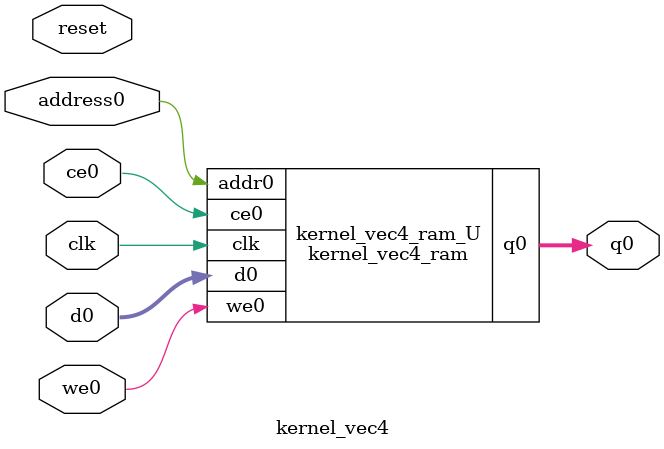
<source format=v>
`timescale 1 ns / 1 ps
module kernel_vec4_ram (addr0, ce0, d0, we0, q0,  clk);

parameter DWIDTH = 32;
parameter AWIDTH = 1;
parameter MEM_SIZE = 2;

input[AWIDTH-1:0] addr0;
input ce0;
input[DWIDTH-1:0] d0;
input we0;
output reg[DWIDTH-1:0] q0;
input clk;

(* ram_style = "distributed" *)reg [DWIDTH-1:0] ram[0:MEM_SIZE-1];




always @(posedge clk)  
begin 
    if (ce0) begin
        if (we0) 
            ram[addr0] <= d0; 
        q0 <= ram[addr0];
    end
end


endmodule

`timescale 1 ns / 1 ps
module kernel_vec4(
    reset,
    clk,
    address0,
    ce0,
    we0,
    d0,
    q0);

parameter DataWidth = 32'd32;
parameter AddressRange = 32'd2;
parameter AddressWidth = 32'd1;
input reset;
input clk;
input[AddressWidth - 1:0] address0;
input ce0;
input we0;
input[DataWidth - 1:0] d0;
output[DataWidth - 1:0] q0;



kernel_vec4_ram kernel_vec4_ram_U(
    .clk( clk ),
    .addr0( address0 ),
    .ce0( ce0 ),
    .we0( we0 ),
    .d0( d0 ),
    .q0( q0 ));

endmodule


</source>
